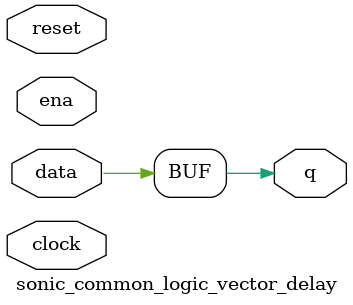
<source format=sv>
`timescale 1ns / 1ps

// turn off superfluous verilog processor warnings 
// altera message_level Level1 
// altera message_off 10034 10035 10036 10037 10230 10240 10030
//-----------------------------------------------------------------------------
// Title         : 
// Project       : 
//-----------------------------------------------------------------------------
// File          : 
// Author        : 
//-----------------------------------------------------------------------------
// Description :
// 
// 
//-----------------------------------------------------------------------------

module sonic_common_logic_vector_delay # (
	parameter WIDTH = 1,
	parameter DELAY = 0
	)(
	// clock, enable and reset
	input logic clock,
	input logic reset,
	input logic ena,
	// input and output
	input logic [WIDTH-1:0] data,
	output logic [WIDTH-1:0] q
	);
	
	int i;

	generate 
		// if zero delay is requested, just combinationally pass through
		if (DELAY == 1'b0) begin
			assign q = data;
		end
		// if one or more cycles of delay have been requested, build a simple
		// shift register and do the delaying.
		else begin
			logic [WIDTH-1:0] shift_register [0:DELAY-1];
			
			always @ (posedge reset or posedge clock) begin
				if (reset == 1'b1) begin
					for (int i = 0; i < DELAY; i++)
						shift_register[i] <= {WIDTH{1'b0}};
				end
				else begin
					if (ena == 1'b1) begin
						for (i = 0; i <= DELAY-2; i=i+1) begin
							shift_register[i] <= shift_register[i+1];
						end
						shift_register[DELAY-1] <= data;
					end
				end
			end
			// assign output from the end of shift register
			assign q = shift_register[0];
		end
	endgenerate
endmodule

</source>
